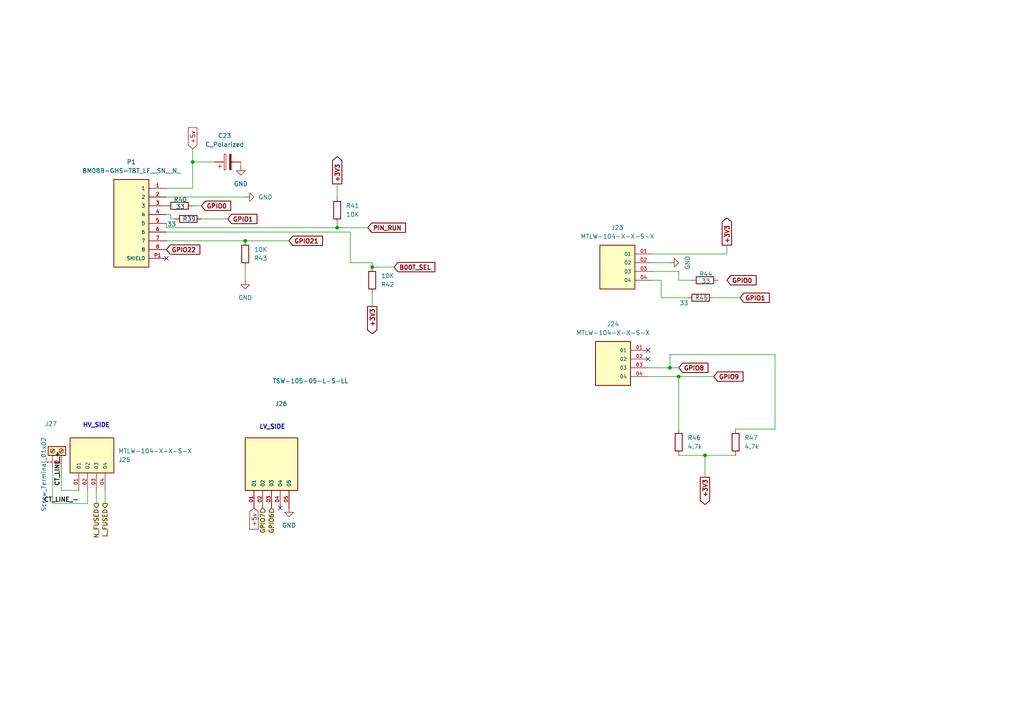
<source format=kicad_sch>
(kicad_sch (version 20250114) (generator "eeschema") (generator_version "9.0")
  (paper "A4")
  (lib_symbols
    (symbol "4_pin:MTLW-104-X-X-S-X" (pin_names (offset 1.016))
      (property "Reference" "J" (at -5.08 8.382 0))
      (property "Value" "MTLW-104-X-X-S-X" (at -5.08 -7.62 0))
      (symbol "MTLW-104-X-X-S-X_0_0"
        (rectangle (start -5.08 -5.08) (end 5.08 7.62) (stroke (width 0.254)) (fill (type background)))
        (pin passive line (at -10.16 5.08 0) (length 5.08) (name "01") (number "01"))
        (pin passive line (at -10.16 2.54 0) (length 5.08) (name "02") (number "02"))
        (pin passive line (at -10.16 0 0) (length 5.08) (name "03") (number "03"))
        (pin passive line (at -10.16 -2.54 0) (length 5.08) (name "04") (number "04"))
      )
    )
    (symbol "5_pin:TSW-105-05-L-S-LL" (pin_names (offset 1.016))
      (property "Reference" "J" (at -8.12 7.62 0))
      (property "Value" "TSW-105-05-L-S-LL" (at -7.62 -10.16 0))
      (symbol "TSW-105-05-L-S-LL_0_0"
        (rectangle (start -7.62 -7.62) (end 7.62 7.62) (stroke (width 0.254)) (fill (type background)))
        (pin passive line (at -12.7 5.08 0) (length 5.08) (name "01") (number "01"))
        (pin passive line (at -12.7 2.54 0) (length 5.08) (name "02") (number "02"))
        (pin passive line (at -12.7 0 0) (length 5.08) (name "03") (number "03"))
        (pin passive line (at -12.7 -2.54 0) (length 5.08) (name "04") (number "04"))
        (pin passive line (at -12.7 -5.08 0) (length 5.08) (name "05") (number "05"))
      )
    )
    (symbol "8_PIN:BM08B-GHS-TBT_LF__SN__N_" (pin_names (offset 1.016))
      (property "Reference" "P" (at -5.0834 13.2525 0))
      (property "Value" "BM08B-GHS-TBT_LF__SN__N_" (at -5.0875 -15.2964 0))
      (symbol "BM08B-GHS-TBT_LF__SN__N__0_0"
        (rectangle (start -5.08 -12.7) (end 5.08 12.7) (stroke (width 0.254)) (fill (type background)))
        (pin passive line (at -10.16 10.16 0) (length 5.08) (name "1") (number "1"))
        (pin passive line (at -10.16 7.62 0) (length 5.08) (name "2") (number "2"))
        (pin passive line (at -10.16 5.08 0) (length 5.08) (name "3") (number "3"))
        (pin passive line (at -10.16 2.54 0) (length 5.08) (name "4") (number "4"))
        (pin passive line (at -10.16 0 0) (length 5.08) (name "5") (number "5"))
        (pin passive line (at -10.16 -2.54 0) (length 5.08) (name "6") (number "6"))
        (pin passive line (at -10.16 -5.08 0) (length 5.08) (name "7") (number "7"))
        (pin passive line (at -10.16 -7.62 0) (length 5.08) (name "8") (number "8"))
        (pin passive line (at -10.16 -10.16 0) (length 5.08) (name "SHIELD") (number "P1"))
        (pin passive line (at -10.16 -10.16 0) (length 5.08) (hide yes) (name "SHIELD") (number "P2"))
      )
    )
    (symbol "Connector:Screw_Terminal_01x02" (pin_names (offset 1.016) (hide yes))
      (property "Reference" "J" (at 0 2.54 0))
      (property "Value" "Screw_Terminal_01x02" (at 0 -5.08 0))
      (symbol "Screw_Terminal_01x02_1_1"
        (rectangle (start -1.27 1.27) (end 1.27 -3.81) (stroke (width 0.254)) (fill (type background)))
        (polyline (pts (xy -0.5334 0.3302) (xy 0.3302 -0.508)) (stroke (width 0.1524)))
        (polyline (pts (xy -0.5334 -2.2098) (xy 0.3302 -3.048)) (stroke (width 0.1524)))
        (polyline (pts (xy -0.3556 0.508) (xy 0.508 -0.3302)) (stroke (width 0.1524)))
        (polyline (pts (xy -0.3556 -2.032) (xy 0.508 -2.8702)) (stroke (width 0.1524)))
        (circle (center 0 0) (radius 0.635) (stroke (width 0.1524)))
        (circle (center 0 -2.54) (radius 0.635) (stroke (width 0.1524)))
        (pin passive line (at -5.08 0 0) (length 3.81) (name "Pin_1") (number "1"))
        (pin passive line (at -5.08 -2.54 0) (length 3.81) (name "Pin_2") (number "2"))
      )
    )
    (symbol "Device:C_Polarized" (pin_numbers (hide yes)) (pin_names (offset 0.254))
      (property "Reference" "C" (at 0.635 2.54 0))
      (property "Value" "C_Polarized" (at 0.635 -2.54 0))
      (symbol "C_Polarized_0_1"
        (rectangle (start -2.286 0.508) (end 2.286 1.016))
        (polyline (pts (xy -1.778 2.286) (xy -0.762 2.286)))
        (polyline (pts (xy -1.27 2.794) (xy -1.27 1.778)))
        (rectangle (start 2.286 -0.508) (end -2.286 -1.016) (fill (type outline)))
      )
      (symbol "C_Polarized_1_1"
        (pin passive line (at 0 3.81 270) (length 2.794) (name "~") (number "1"))
        (pin passive line (at 0 -3.81 90) (length 2.794) (name "~") (number "2"))
      )
    )
    (symbol "Device:R" (pin_numbers (hide yes)) (pin_names (offset 0))
      (property "Reference" "R" (at 2.032 0 90))
      (property "Value" "R" (at 0 0 90))
      (symbol "R_0_1"
        (rectangle (start -1.016 -2.54) (end 1.016 2.54) (stroke (width 0.254)))
      )
      (symbol "R_1_1"
        (pin passive line (at 0 3.81 270) (length 1.27) (name "~") (number "1"))
        (pin passive line (at 0 -3.81 90) (length 1.27) (name "~") (number "2"))
      )
    )
    (symbol "power:GND" (power) (pin_numbers (hide yes)) (pin_names (offset 0) (hide yes))
      (property "Value" "GND" (at 0 -3.81 0))
      (symbol "GND_0_1"
        (polyline (pts (xy 0 0) (xy 0 -1.27) (xy 1.27 -1.27) (xy 0 -2.54) (xy -1.27 -1.27) (xy 0 -1.27)))
      )
      (symbol "GND_1_1"
        (pin power_in line (at 0 0 270) (length 0) (name "~") (number "1"))
      )
    )
  )
  (text "HV_SIDE" (at 27.94 123.444 0) (effects (font (size 1.27 1.27) (thickness 0.254) (bold yes))))
  (text "LV_SIDE" (at 78.994 123.952 0) (effects (font (size 1.27 1.27) (thickness 0.254) (bold yes))))
  (junction (at 71.12 69.85))
  (junction (at 204.47 132.08))
  (junction (at 55.88 46.99))
  (junction (at 107.95 77.47))
  (junction (at 196.85 109.22))
  (junction (at 194.31 106.68))
  (junction (at 97.79 66.04))
  (no_connect (at 187.96 101.6))
  (no_connect (at 48.26 74.93))
  (no_connect (at 187.96 104.14))
  (no_connect (at 81.28 147.32))
  (wire (pts (xy 196.85 81.28) (xy 200.66 81.28)))
  (wire (pts (xy 49.53 63.5) (xy 49.53 62.23)))
  (wire (pts (xy 97.79 64.77) (xy 97.79 66.04)))
  (wire (pts (xy 107.95 88.9) (xy 107.95 85.09)))
  (wire (pts (xy 107.95 76.2) (xy 107.95 77.47)))
  (wire (pts (xy 17.78 142.24) (xy 22.86 142.24)))
  (wire (pts (xy 189.23 78.74) (xy 196.85 78.74)))
  (wire (pts (xy 224.79 124.46) (xy 224.79 102.87)))
  (wire (pts (xy 48.26 69.85) (xy 71.12 69.85)))
  (wire (pts (xy 69.85 48.26) (xy 69.85 46.99)))
  (wire (pts (xy 17.78 135.89) (xy 17.78 142.24)))
  (wire (pts (xy 187.96 106.68) (xy 194.31 106.68)))
  (wire (pts (xy 107.95 77.47) (xy 114.3 77.47)))
  (wire (pts (xy 189.23 76.2) (xy 194.31 76.2)))
  (wire (pts (xy 196.85 78.74) (xy 196.85 81.28)))
  (wire (pts (xy 48.26 54.61) (xy 55.88 54.61)))
  (wire (pts (xy 48.26 57.15) (xy 71.12 57.15)))
  (wire (pts (xy 71.12 69.85) (xy 83.82 69.85)))
  (wire (pts (xy 194.31 106.68) (xy 196.85 106.68)))
  (wire (pts (xy 25.4 146.05) (xy 15.24 146.05)))
  (wire (pts (xy 196.85 132.08) (xy 204.47 132.08)))
  (wire (pts (xy 196.85 109.22) (xy 196.85 124.46)))
  (wire (pts (xy 30.48 142.24) (xy 30.48 146.05)))
  (wire (pts (xy 189.23 81.28) (xy 191.77 81.28)))
  (wire (pts (xy 48.26 66.04) (xy 48.26 64.77)))
  (wire (pts (xy 191.77 81.28) (xy 191.77 86.36)))
  (wire (pts (xy 97.79 66.04) (xy 106.68 66.04)))
  (wire (pts (xy 213.36 124.46) (xy 224.79 124.46)))
  (wire (pts (xy 101.6 67.31) (xy 48.26 67.31)))
  (wire (pts (xy 55.88 59.69) (xy 58.42 59.69)))
  (wire (pts (xy 25.4 142.24) (xy 25.4 146.05)))
  (wire (pts (xy 58.42 63.5) (xy 66.04 63.5)))
  (wire (pts (xy 55.88 46.99) (xy 55.88 54.61)))
  (wire (pts (xy 101.6 76.2) (xy 101.6 67.31)))
  (wire (pts (xy 48.26 66.04) (xy 97.79 66.04)))
  (wire (pts (xy 224.79 102.87) (xy 194.31 102.87)))
  (wire (pts (xy 187.96 109.22) (xy 196.85 109.22)))
  (wire (pts (xy 15.24 146.05) (xy 15.24 135.89)))
  (wire (pts (xy 97.79 53.34) (xy 97.79 57.15)))
  (wire (pts (xy 207.01 86.36) (xy 214.63 86.36)))
  (wire (pts (xy 55.88 43.18) (xy 55.88 46.99)))
  (wire (pts (xy 49.53 62.23) (xy 48.26 62.23)))
  (wire (pts (xy 50.8 63.5) (xy 49.53 63.5)))
  (wire (pts (xy 71.12 81.28) (xy 71.12 77.47)))
  (wire (pts (xy 191.77 86.36) (xy 199.39 86.36)))
  (wire (pts (xy 196.85 109.22) (xy 207.01 109.22)))
  (wire (pts (xy 204.47 132.08) (xy 204.47 138.43)))
  (wire (pts (xy 189.23 73.66) (xy 210.82 73.66)))
  (wire (pts (xy 55.88 46.99) (xy 62.23 46.99)))
  (wire (pts (xy 27.94 142.24) (xy 27.94 146.05)))
  (wire (pts (xy 210.82 73.66) (xy 210.82 71.12)))
  (wire (pts (xy 213.36 132.08) (xy 204.47 132.08)))
  (wire (pts (xy 101.6 76.2) (xy 107.95 76.2)))
  (wire (pts (xy 194.31 102.87) (xy 194.31 106.68)))
  (label "CT_LINE_-" (at 22.86 146.05 180) (effects (font (thickness 0.254) (bold yes))))
  (label "CT_LINE_+" (at 17.78 140.97 90) (effects (font (thickness 0.254) (bold yes))))
  (global_label "GPIO9" (shape input) (at 207.01 109.22 0) (effects (font (thickness 0.254) (bold yes))) (property "Intersheetrefs" "${INTERSHEET_REFS}" (effects (hide yes))))
  (global_label "GPIO0" (shape input) (at 58.42 59.69 0) (effects (font (thickness 0.254) (bold yes))) (property "Intersheetrefs" "${INTERSHEET_REFS}" (effects (hide yes))))
  (global_label "GPIO22" (shape input) (at 48.26 72.39 0) (effects (font (thickness 0.254) (bold yes))) (property "Intersheetrefs" "${INTERSHEET_REFS}" (effects (hide yes))))
  (global_label "+3V3" (shape output) (at 97.79 53.34 90) (effects (font (thickness 0.254) (bold yes))) (property "Intersheetrefs" "${INTERSHEET_REFS}" (effects (hide yes))))
  (global_label "GPIO21" (shape input) (at 83.82 69.85 0) (effects (font (thickness 0.254) (bold yes))) (property "Intersheetrefs" "${INTERSHEET_REFS}" (effects (hide yes))))
  (global_label "+5v" (shape input) (at 55.88 43.18 90) (property "Intersheetrefs" "${INTERSHEET_REFS}" (effects (hide yes))))
  (global_label "GPIO1" (shape input) (at 66.04 63.5 0) (effects (font (thickness 0.254) (bold yes))) (property "Intersheetrefs" "${INTERSHEET_REFS}" (effects (hide yes))))
  (global_label "GPIO1" (shape input) (at 214.63 86.36 0) (effects (font (thickness 0.254) (bold yes))) (property "Intersheetrefs" "${INTERSHEET_REFS}" (effects (hide yes))))
  (global_label "+3V3" (shape output) (at 204.47 138.43 270) (effects (font (thickness 0.254) (bold yes))) (property "Intersheetrefs" "${INTERSHEET_REFS}" (effects (hide yes))))
  (global_label "+3V3" (shape output) (at 210.82 71.12 90) (effects (font (thickness 0.254) (bold yes))) (property "Intersheetrefs" "${INTERSHEET_REFS}" (effects (hide yes))))
  (global_label "PIN_RUN" (shape input) (at 106.68 66.04 0) (effects (font (thickness 0.254) (bold yes))) (property "Intersheetrefs" "${INTERSHEET_REFS}" (effects (hide yes))))
  (global_label "GPIO0" (shape input) (at 210.82 81.28 0) (effects (font (thickness 0.254) (bold yes))) (property "Intersheetrefs" "${INTERSHEET_REFS}" (effects (hide yes))))
  (global_label "GPIO8" (shape input) (at 196.85 106.68 0) (effects (font (thickness 0.254) (bold yes))) (property "Intersheetrefs" "${INTERSHEET_REFS}" (effects (hide yes))))
  (global_label "B00T_SEL" (shape input) (at 114.3 77.47 0) (effects (font (thickness 0.254) (bold yes))) (property "Intersheetrefs" "${INTERSHEET_REFS}" (effects (hide yes))))
  (global_label "+3V3" (shape output) (at 107.95 88.9 270) (effects (font (thickness 0.254) (bold yes))) (property "Intersheetrefs" "${INTERSHEET_REFS}" (effects (hide yes))))
  (global_label "+5v" (shape input) (at 73.66 147.32 270) (property "Intersheetrefs" "${INTERSHEET_REFS}" (effects (hide yes))))
  (hierarchical_label "L_FUSED" (shape output) (at 30.48 146.05 270) (effects (font (thickness 0.254) (bold yes))))
  (hierarchical_label "GPIO7" (shape input) (at 76.2 147.32 270) (effects (font (thickness 0.254) (bold yes))))
  (hierarchical_label "N_FUSED" (shape output) (at 27.94 146.05 270) (effects (font (thickness 0.254) (bold yes))))
  (hierarchical_label "GPIO6" (shape input) (at 78.74 147.32 270) (effects (font (thickness 0.254) (bold yes))))
  (symbol (lib_id "4_pin:MTLW-104-X-X-S-X") (at 27.94 132.08 90) (unit 1)
    (property "Reference" "J25" (at 34.29 133.3501 90) (effects (justify right)))
    (property "Value" "MTLW-104-X-X-S-X" (at 34.29 130.8101 90) (effects (justify right)))
    (property "Footprint" "MTLW-104-X-X-S-X:SAMTEC_MTLW-104-X-X-S-X" (effects (hide yes)))
    (property "MF" "Samtec" (effects (hide yes)))
    (property "Description_1" "Connector Header Through Hole 4 position 0.100 (2.54mm)" (effects (hide yes)))
    (property "Package" "None" (effects (hide yes)))
    (property "Price" "None" (effects (hide yes)))
    (property "Check_prices" "https://www.snapeda.com/parts/MTLW-104-06-G-S-135/Samtec/view-part/?ref=eda" (effects (hide yes)))
    (property "STANDARD" "Manufacturer Recommendations" (effects (hide yes)))
    (property "PARTREV" "A" (effects (hide yes)))
    (property "SnapEDA_Link" "https://www.snapeda.com/parts/MTLW-104-06-G-S-135/Samtec/view-part/?ref=snap" (effects (hide yes)))
    (property "MP" "MTLW-104-06-G-S-135" (effects (hide yes)))
    (property "Availability" "In Stock" (effects (hide yes)))
    (property "MANUFACTURER" "Samtec" (effects (hide yes)))
  )
  (symbol (lib_id "4_pin:MTLW-104-X-X-S-X") (at 177.8 106.68 0) (mirror y) (unit 1)
    (property "Reference" "J24" (at 177.8 93.98 0))
    (property "Value" "MTLW-104-X-X-S-X" (at 177.8 96.52 0))
    (property "Footprint" "MTLW-104-X-X-S-X:SAMTEC_MTLW-104-X-X-S-X" (effects (hide yes)))
    (property "MF" "Samtec" (effects (hide yes)))
    (property "Description_1" "Connector Header Through Hole 4 position 0.100 (2.54mm)" (effects (hide yes)))
    (property "Package" "None" (effects (hide yes)))
    (property "Price" "None" (effects (hide yes)))
    (property "Check_prices" "https://www.snapeda.com/parts/MTLW-104-06-G-S-135/Samtec/view-part/?ref=eda" (effects (hide yes)))
    (property "STANDARD" "Manufacturer Recommendations" (effects (hide yes)))
    (property "PARTREV" "A" (effects (hide yes)))
    (property "SnapEDA_Link" "https://www.snapeda.com/parts/MTLW-104-06-G-S-135/Samtec/view-part/?ref=snap" (effects (hide yes)))
    (property "MP" "MTLW-104-06-G-S-135" (effects (hide yes)))
    (property "Availability" "In Stock" (effects (hide yes)))
    (property "MANUFACTURER" "Samtec" (effects (hide yes)))
  )
  (symbol (lib_id "Device:R") (at 196.85 128.27 0) (unit 1)
    (property "Reference" "R46" (at 199.39 126.9999 0) (effects (justify left)))
    (property "Value" "4.7k" (at 199.39 129.5399 0) (effects (justify left)))
    (property "Footprint" "Resistor_SMD:R_0603_1608Metric" (effects (hide yes)))
    (property "Description" "Resistor" (effects (hide yes)))
  )
  (symbol (lib_id "Device:R") (at 97.79 60.96 0) (unit 1)
    (property "Reference" "R41" (at 100.33 59.6899 0) (effects (justify left)))
    (property "Value" "10K" (at 100.33 62.2299 0) (effects (justify left)))
    (property "Footprint" "Resistor_SMD:R_0603_1608Metric" (effects (hide yes)))
    (property "Description" "Resistor" (effects (hide yes)))
  )
  (symbol (lib_id "Device:C_Polarized") (at 66.04 46.99 90) (unit 1)
    (property "Reference" "C23" (at 65.151 39.37 90))
    (property "Value" "C_Polarized" (at 65.151 41.91 90))
    (property "Footprint" "Capacitor_SMD:CP_Elec_5x5.4" (effects (hide yes)))
    (property "Description" "Polarized capacitor" (effects (hide yes)))
  )
  (symbol (lib_id "Device:R") (at 213.36 128.27 0) (unit 1)
    (property "Reference" "R47" (at 215.9 126.9999 0) (effects (justify left)))
    (property "Value" "4.7k" (at 215.9 129.5399 0) (effects (justify left)))
    (property "Footprint" "Resistor_SMD:R_0603_1608Metric" (effects (hide yes)))
    (property "Description" "Resistor" (effects (hide yes)))
  )
  (symbol (lib_id "Device:R") (at 204.47 81.28 90) (mirror x) (unit 1)
    (property "Reference" "R44" (at 204.724 79.502 90))
    (property "Value" "33" (at 204.724 81.534 90))
    (property "Footprint" "Resistor_SMD:R_0805_2012Metric" (effects (hide yes)))
    (property "Description" "Resistor" (effects (hide yes)))
  )
  (symbol (lib_id "Device:R") (at 107.95 81.28 0) (mirror x) (unit 1)
    (property "Reference" "R42" (at 110.49 82.5501 0) (effects (justify left)))
    (property "Value" "10K" (at 110.49 80.0101 0) (effects (justify left)))
    (property "Footprint" "Resistor_SMD:R_0603_1608Metric" (effects (hide yes)))
    (property "Description" "Resistor" (effects (hide yes)))
  )
  (symbol (lib_id "Connector:Screw_Terminal_01x02") (at 15.24 130.81 90) (unit 1)
    (property "Reference" "J27" (at 12.954 122.936 90) (effects (justify right)))
    (property "Value" "Screw_Terminal_01x02" (at 12.7 126.746 0) (effects (justify right)))
    (property "Footprint" "TerminalBlock_Phoenix:TerminalBlock_Phoenix_MKDS-1,5-2-5.08_1x02_P5.08mm_Horizontal" (effects (hide yes)))
    (property "Description" "Generic screw terminal, single row, 01x02, script generated (kicad-library-utils/schlib/autogen/connector/)" (effects (hide yes)))
  )
  (symbol (lib_id "power:GND") (at 71.12 81.28 0) (mirror y) (unit 1)
    (property "Reference" "#PWR042" (effects (hide yes)))
    (property "Value" "GND" (at 71.12 86.36 0))
    (property "Description" "Power symbol creates a global label with name \"GND\" , ground" (effects (hide yes)))
  )
  (symbol (lib_id "power:GND") (at 71.12 57.15 90) (unit 1)
    (property "Reference" "#PWR041" (effects (hide yes)))
    (property "Value" "GND" (at 74.93 57.1499 90) (effects (justify right)))
    (property "Description" "Power symbol creates a global label with name \"GND\" , ground" (effects (hide yes)))
  )
  (symbol (lib_id "power:GND") (at 69.85 48.26 0) (unit 1)
    (property "Reference" "#PWR040" (effects (hide yes)))
    (property "Value" "GND" (at 69.85 53.34 0))
    (property "Description" "Power symbol creates a global label with name \"GND\" , ground" (effects (hide yes)))
  )
  (symbol (lib_id "Device:R") (at 71.12 73.66 0) (mirror x) (unit 1)
    (property "Reference" "R43" (at 73.66 74.9301 0) (effects (justify left)))
    (property "Value" "10K" (at 73.66 72.3901 0) (effects (justify left)))
    (property "Footprint" "Resistor_SMD:R_0603_1608Metric" (effects (hide yes)))
    (property "Description" "Resistor" (effects (hide yes)))
  )
  (symbol (lib_id "Device:R") (at 54.61 63.5 90) (mirror x) (unit 1)
    (property "Reference" "R39" (at 54.864 63.5 90))
    (property "Value" "33" (at 49.784 65.024 90))
    (property "Footprint" "Resistor_SMD:R_0805_2012Metric" (effects (hide yes)))
    (property "Description" "Resistor" (effects (hide yes)))
  )
  (symbol (lib_id "8_PIN:BM08B-GHS-TBT_LF__SN__N_") (at 38.1 64.77 0) (mirror y) (unit 1)
    (property "Reference" "P1" (at 38.1 46.99 0))
    (property "Value" "BM08B-GHS-TBT_LF__SN__N_" (at 38.1 49.53 0))
    (property "Footprint" "BM08B-GHS-TBT_LF__SN__N_:JST_BM08B-GHS-TBT_LF__SN__N_" (effects (hide yes)))
    (property "MF" "JST Sales" (effects (hide yes)))
    (property "DESCRIPTION" "Conn Header Gh Top 8pos 1.25mm" (effects (hide yes)))
    (property "PACKAGE" "None" (effects (hide yes)))
    (property "PRICE" "0.40 USD" (effects (hide yes)))
    (property "Package" "None" (effects (hide yes)))
    (property "Check_prices" "https://www.snapeda.com/parts/BM08B-GHS-TBT(LF)(SN)(N)/JST/view-part/?ref=eda" (effects (hide yes)))
    (property "STANDARD" "Manufacturer recommendation" (effects (hide yes)))
    (property "SnapEDA_Link" "https://www.snapeda.com/parts/BM08B-GHS-TBT(LF)(SN)(N)/JST/view-part/?ref=snap" (effects (hide yes)))
    (property "MP" "BM08B-GHS-TBT(LF)(SN)(N)" (effects (hide yes)))
    (property "Price" "None" (effects (hide yes)))
    (property "Description_1" "Connector Header Surface Mount 8 position 0.049 (1.25mm)" (effects (hide yes)))
    (property "Availability" "In Stock" (effects (hide yes)))
    (property "AVAILABILITY" "Good" (effects (hide yes)))
    (property "MANUFACTURER" "JST" (effects (hide yes)))
  )
  (symbol (lib_id "power:GND") (at 194.31 76.2 90) (mirror x) (unit 1)
    (property "Reference" "#PWR043" (effects (hide yes)))
    (property "Value" "GND" (at 199.39 76.2 0))
    (property "Description" "Power symbol creates a global label with name \"GND\" , ground" (effects (hide yes)))
  )
  (symbol (lib_id "power:GND") (at 83.82 147.32 0) (mirror y) (unit 1)
    (property "Reference" "#PWR046" (effects (hide yes)))
    (property "Value" "GND" (at 83.82 152.4 0))
    (property "Description" "Power symbol creates a global label with name \"GND\" , ground" (effects (hide yes)))
  )
  (symbol (lib_id "4_pin:MTLW-104-X-X-S-X") (at 179.07 78.74 0) (mirror y) (unit 1)
    (property "Reference" "J23" (at 179.07 66.04 0))
    (property "Value" "MTLW-104-X-X-S-X" (at 179.07 68.58 0))
    (property "Footprint" "MTLW-104-X-X-S-X:SAMTEC_MTLW-104-X-X-S-X" (effects (hide yes)))
    (property "MF" "Samtec" (effects (hide yes)))
    (property "Description_1" "Connector Header Through Hole 4 position 0.100 (2.54mm)" (effects (hide yes)))
    (property "Package" "None" (effects (hide yes)))
    (property "Price" "None" (effects (hide yes)))
    (property "Check_prices" "https://www.snapeda.com/parts/MTLW-104-06-G-S-135/Samtec/view-part/?ref=eda" (effects (hide yes)))
    (property "STANDARD" "Manufacturer Recommendations" (effects (hide yes)))
    (property "PARTREV" "A" (effects (hide yes)))
    (property "SnapEDA_Link" "https://www.snapeda.com/parts/MTLW-104-06-G-S-135/Samtec/view-part/?ref=snap" (effects (hide yes)))
    (property "MP" "MTLW-104-06-G-S-135" (effects (hide yes)))
    (property "Availability" "In Stock" (effects (hide yes)))
    (property "MANUFACTURER" "Samtec" (effects (hide yes)))
  )
  (symbol (lib_id "Device:R") (at 203.2 86.36 90) (mirror x) (unit 1)
    (property "Reference" "R45" (at 203.454 86.36 90))
    (property "Value" "33" (at 198.374 87.884 90))
    (property "Footprint" "Resistor_SMD:R_0805_2012Metric" (effects (hide yes)))
    (property "Description" "Resistor" (effects (hide yes)))
  )
  (symbol (lib_id "Device:R") (at 52.07 59.69 90) (mirror x) (unit 1)
    (property "Reference" "R40" (at 52.324 57.912 90))
    (property "Value" "33" (at 52.324 59.944 90))
    (property "Footprint" "Resistor_SMD:R_0805_2012Metric" (effects (hide yes)))
    (property "Description" "Resistor" (effects (hide yes)))
  )
  (symbol (lib_id "5_pin:TSW-105-05-L-S-LL") (at 78.74 134.62 90) (unit 1)
    (property "Reference" "J26" (at 79.756 117.094 90) (effects (justify right)))
    (property "Value" "TSW-105-05-L-S-LL" (at 78.994 110.49 90) (effects (justify right)))
    (property "Footprint" "TSW-105-05-L-S-LL:SAMTEC_TSW-105-05-L-S-LL" (effects (hide yes)))
    (property "MF" "Samtec" (effects (hide yes)))
    (property "Description_1" "Connector Header Through Hole 5 position 0.100 (2.54mm)" (effects (hide yes)))
    (property "Package" "None" (effects (hide yes)))
    (property "Price" "None" (effects (hide yes)))
    (property "Check_prices" "https://www.snapeda.com/parts/TSW-105-05-L-S-LL/Samtec/view-part/?ref=eda" (effects (hide yes)))
    (property "STANDARD" "Manufacturer Recommendations" (effects (hide yes)))
    (property "PARTREV" "R" (effects (hide yes)))
    (property "SnapEDA_Link" "https://www.snapeda.com/parts/TSW-105-05-L-S-LL/Samtec/view-part/?ref=snap" (effects (hide yes)))
    (property "MP" "TSW-105-05-L-S-LL" (effects (hide yes)))
    (property "Availability" "In Stock" (effects (hide yes)))
    (property "MANUFACTURER" "Samtec" (effects (hide yes)))
  )
)
</source>
